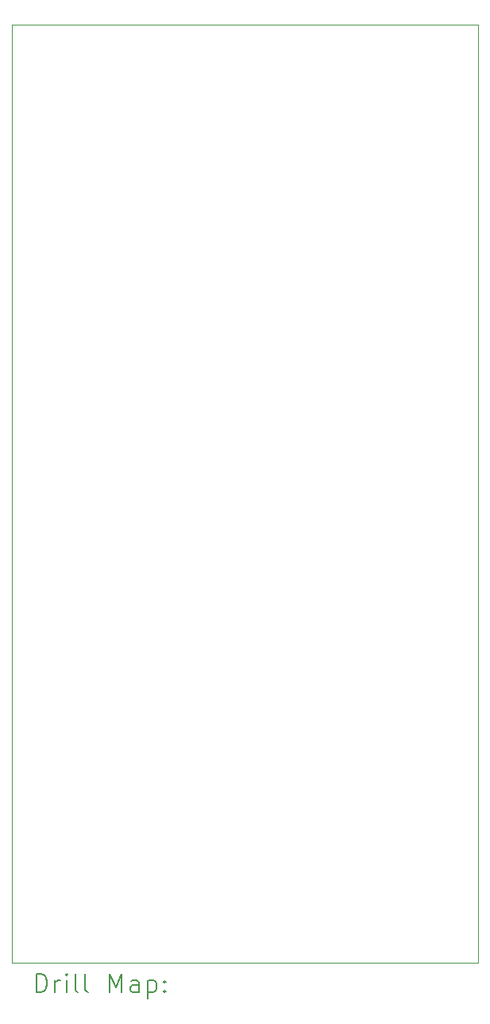
<source format=gbr>
%TF.GenerationSoftware,KiCad,Pcbnew,8.0.5*%
%TF.CreationDate,2024-12-11T09:52:40-08:00*%
%TF.ProjectId,OpenPEMF_Final,4f70656e-5045-44d4-965f-46696e616c2e,rev?*%
%TF.SameCoordinates,Original*%
%TF.FileFunction,Drillmap*%
%TF.FilePolarity,Positive*%
%FSLAX45Y45*%
G04 Gerber Fmt 4.5, Leading zero omitted, Abs format (unit mm)*
G04 Created by KiCad (PCBNEW 8.0.5) date 2024-12-11 09:52:40*
%MOMM*%
%LPD*%
G01*
G04 APERTURE LIST*
%ADD10C,0.100000*%
%ADD11C,0.200000*%
G04 APERTURE END LIST*
D10*
X10230000Y-4910000D02*
X10230000Y-14890000D01*
X15200000Y-4910000D02*
X15200000Y-14890000D01*
X10230000Y-14890000D02*
X15200000Y-14890000D01*
X15200000Y-4910000D02*
X10230000Y-4910000D01*
D11*
X10485777Y-15206484D02*
X10485777Y-15006484D01*
X10485777Y-15006484D02*
X10533396Y-15006484D01*
X10533396Y-15006484D02*
X10561967Y-15016008D01*
X10561967Y-15016008D02*
X10581015Y-15035055D01*
X10581015Y-15035055D02*
X10590539Y-15054103D01*
X10590539Y-15054103D02*
X10600063Y-15092198D01*
X10600063Y-15092198D02*
X10600063Y-15120769D01*
X10600063Y-15120769D02*
X10590539Y-15158865D01*
X10590539Y-15158865D02*
X10581015Y-15177912D01*
X10581015Y-15177912D02*
X10561967Y-15196960D01*
X10561967Y-15196960D02*
X10533396Y-15206484D01*
X10533396Y-15206484D02*
X10485777Y-15206484D01*
X10685777Y-15206484D02*
X10685777Y-15073150D01*
X10685777Y-15111246D02*
X10695301Y-15092198D01*
X10695301Y-15092198D02*
X10704824Y-15082674D01*
X10704824Y-15082674D02*
X10723872Y-15073150D01*
X10723872Y-15073150D02*
X10742920Y-15073150D01*
X10809586Y-15206484D02*
X10809586Y-15073150D01*
X10809586Y-15006484D02*
X10800063Y-15016008D01*
X10800063Y-15016008D02*
X10809586Y-15025531D01*
X10809586Y-15025531D02*
X10819110Y-15016008D01*
X10819110Y-15016008D02*
X10809586Y-15006484D01*
X10809586Y-15006484D02*
X10809586Y-15025531D01*
X10933396Y-15206484D02*
X10914348Y-15196960D01*
X10914348Y-15196960D02*
X10904824Y-15177912D01*
X10904824Y-15177912D02*
X10904824Y-15006484D01*
X11038158Y-15206484D02*
X11019110Y-15196960D01*
X11019110Y-15196960D02*
X11009586Y-15177912D01*
X11009586Y-15177912D02*
X11009586Y-15006484D01*
X11266729Y-15206484D02*
X11266729Y-15006484D01*
X11266729Y-15006484D02*
X11333396Y-15149341D01*
X11333396Y-15149341D02*
X11400062Y-15006484D01*
X11400062Y-15006484D02*
X11400062Y-15206484D01*
X11581015Y-15206484D02*
X11581015Y-15101722D01*
X11581015Y-15101722D02*
X11571491Y-15082674D01*
X11571491Y-15082674D02*
X11552443Y-15073150D01*
X11552443Y-15073150D02*
X11514348Y-15073150D01*
X11514348Y-15073150D02*
X11495301Y-15082674D01*
X11581015Y-15196960D02*
X11561967Y-15206484D01*
X11561967Y-15206484D02*
X11514348Y-15206484D01*
X11514348Y-15206484D02*
X11495301Y-15196960D01*
X11495301Y-15196960D02*
X11485777Y-15177912D01*
X11485777Y-15177912D02*
X11485777Y-15158865D01*
X11485777Y-15158865D02*
X11495301Y-15139817D01*
X11495301Y-15139817D02*
X11514348Y-15130293D01*
X11514348Y-15130293D02*
X11561967Y-15130293D01*
X11561967Y-15130293D02*
X11581015Y-15120769D01*
X11676253Y-15073150D02*
X11676253Y-15273150D01*
X11676253Y-15082674D02*
X11695301Y-15073150D01*
X11695301Y-15073150D02*
X11733396Y-15073150D01*
X11733396Y-15073150D02*
X11752443Y-15082674D01*
X11752443Y-15082674D02*
X11761967Y-15092198D01*
X11761967Y-15092198D02*
X11771491Y-15111246D01*
X11771491Y-15111246D02*
X11771491Y-15168388D01*
X11771491Y-15168388D02*
X11761967Y-15187436D01*
X11761967Y-15187436D02*
X11752443Y-15196960D01*
X11752443Y-15196960D02*
X11733396Y-15206484D01*
X11733396Y-15206484D02*
X11695301Y-15206484D01*
X11695301Y-15206484D02*
X11676253Y-15196960D01*
X11857205Y-15187436D02*
X11866729Y-15196960D01*
X11866729Y-15196960D02*
X11857205Y-15206484D01*
X11857205Y-15206484D02*
X11847682Y-15196960D01*
X11847682Y-15196960D02*
X11857205Y-15187436D01*
X11857205Y-15187436D02*
X11857205Y-15206484D01*
X11857205Y-15082674D02*
X11866729Y-15092198D01*
X11866729Y-15092198D02*
X11857205Y-15101722D01*
X11857205Y-15101722D02*
X11847682Y-15092198D01*
X11847682Y-15092198D02*
X11857205Y-15082674D01*
X11857205Y-15082674D02*
X11857205Y-15101722D01*
M02*

</source>
